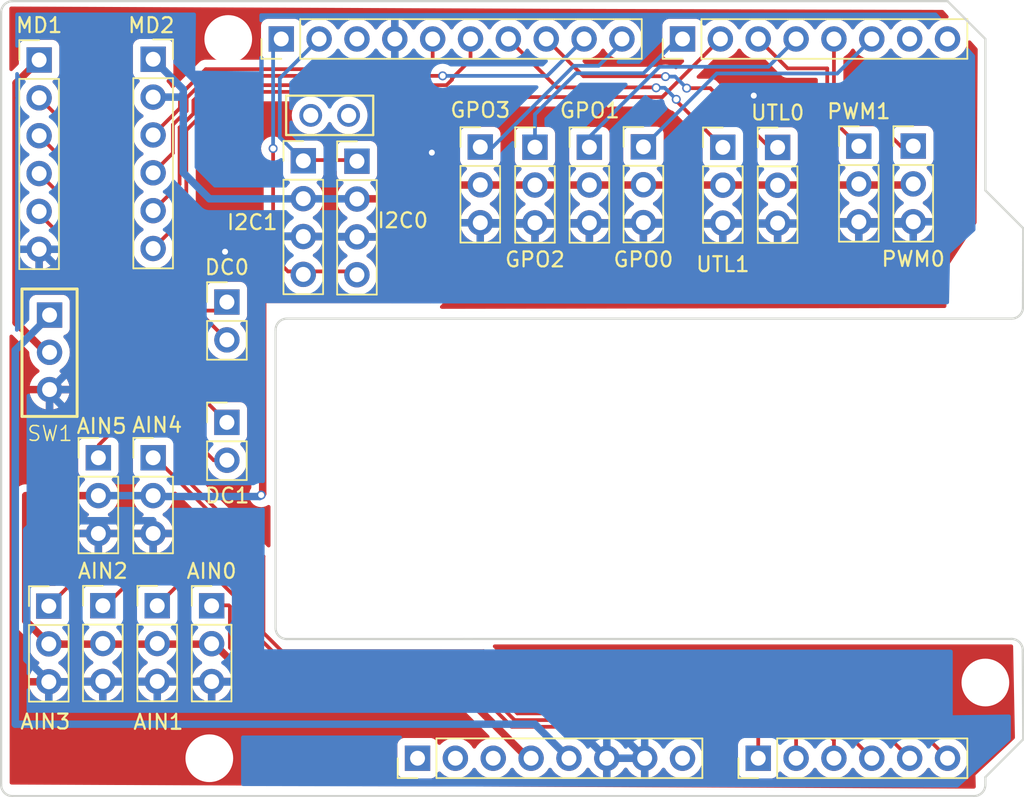
<source format=kicad_pcb>
(kicad_pcb (version 20240108) (generator "pcbnew") (generator_version "8.0")
  (title_block (date "mar. 31 mars 2015"))
  (layers (0 "F.Cu" signal) (31 "B.Cu" signal) (34 "B.Paste" user) (35 "F.Paste" user) (36 "B.SilkS" user "B.Silkscreen") (37 "F.SilkS" user "F.Silkscreen") (38 "B.Mask" user) (39 "F.Mask" user) (44 "Edge.Cuts" user))
  (net 0 "")
  (net 1 "GND")
  (net 3 "+5V")
  (net 4 "/IOREF")
  (net 5 "/A0")
  (net 6 "/A1")
  (net 7 "/A2")
  (net 8 "/A3")
  (net 9 "+3.3V")
  (net 10 "/A4")
  (net 11 "/13")
  (net 12 "/12")
  (net 13 "/AREF")
  (net 14 "/8")
  (net 15 "/7")
  (net 16 "/*10")
  (net 17 "/*9")
  (net 18 "/4")
  (net 19 "/2")
  (net 20 "/*6")
  (net 21 "/*5")
  (net 22 "/A5")
  (net 23 "/*3")
  (net 24 "/DC0_OUT0")
  (net 25 "VCC")
  (net 26 "/~{RESET}")
  (net 27 "/DC0_OUT1")
  (net 28 "/DC1_OUT0")
  (net 29 "/DC1_OUT1")
  (net 30 "/SDA")
  (net 31 "/SCL")
  (net 32 "/11")
  (net 33 "/1")
  (net 34 "/0")
  (net 35 "/DV_VDD")
  (footprint "Connector_PinHeader_2.54mm:PinHeader_1x08_P2.54mm_Vertical" (layer "F.Cu") (at 127.94 97.46 90)
    (property "Reference" "J1" (hide yes))
    (property "Value" "Power" (hide yes))
    (pad "1" thru_hole rect (at 0 0 90) (size 1.7 1.7) (drill 1) (layers "*.Cu" "*.Mask"))
    (pad "2" thru_hole oval (at 0 2.54 90) (size 1.7 1.7) (drill 1) (layers "*.Cu" "*.Mask") (net 4 "/IOREF"))
    (pad "3" thru_hole oval (at 0 5.08 90) (size 1.7 1.7) (drill 1) (layers "*.Cu" "*.Mask") (net 26 "/~{RESET}"))
    (pad "4" thru_hole oval (at 0 7.62 90) (size 1.7 1.7) (drill 1) (layers "*.Cu" "*.Mask") (net 9 "+3.3V"))
    (pad "5" thru_hole oval (at 0 10.16 90) (size 1.7 1.7) (drill 1) (layers "*.Cu" "*.Mask") (net 3 "+5V"))
    (pad "6" thru_hole oval (at 0 12.7 90) (size 1.7 1.7) (drill 1) (layers "*.Cu" "*.Mask") (net 1 "GND"))
    (pad "7" thru_hole oval (at 0 15.24 90) (size 1.7 1.7) (drill 1) (layers "*.Cu" "*.Mask") (net 1 "GND"))
    (pad "8" thru_hole oval (at 0 17.78 90) (size 1.7 1.7) (drill 1) (layers "*.Cu" "*.Mask") (net 25 "VCC"))
  )
  (footprint "Connector_PinHeader_2.54mm:PinHeader_1x06_P2.54mm_Vertical" (layer "F.Cu") (at 150.8 97.46 90)
    (property "Reference" "J3" (hide yes))
    (property "Value" "Analog" (hide yes))
    (pad "1" thru_hole rect (at 0 0 90) (size 1.7 1.7) (drill 1) (layers "*.Cu" "*.Mask") (net 5 "/A0"))
    (pad "2" thru_hole oval (at 0 2.54 90) (size 1.7 1.7) (drill 1) (layers "*.Cu" "*.Mask") (net 6 "/A1"))
    (pad "3" thru_hole oval (at 0 5.08 90) (size 1.7 1.7) (drill 1) (layers "*.Cu" "*.Mask") (net 7 "/A2"))
    (pad "4" thru_hole oval (at 0 7.62 90) (size 1.7 1.7) (drill 1) (layers "*.Cu" "*.Mask") (net 8 "/A3"))
    (pad "5" thru_hole oval (at 0 10.16 90) (size 1.7 1.7) (drill 1) (layers "*.Cu" "*.Mask") (net 10 "/A4"))
    (pad "6" thru_hole oval (at 0 12.7 90) (size 1.7 1.7) (drill 1) (layers "*.Cu" "*.Mask") (net 22 "/A5"))
  )
  (footprint "Connector_PinHeader_2.54mm:PinHeader_1x10_P2.54mm_Vertical" (layer "F.Cu") (at 118.796 49.2 90)
    (property "Reference" "J2" (hide yes))
    (property "Value" "Digital/PWM" (hide yes))
    (pad "1" thru_hole rect (at 0 0 90) (size 1.7 1.7) (drill 1) (layers "*.Cu" "*.Mask") (net 31 "/SCL"))
    (pad "2" thru_hole oval (at 0 2.54 90) (size 1.7 1.7) (drill 1) (layers "*.Cu" "*.Mask") (net 30 "/SDA"))
    (pad "3" thru_hole oval (at 0 5.08 90) (size 1.7 1.7) (drill 1) (layers "*.Cu" "*.Mask") (net 13 "/AREF"))
    (pad "4" thru_hole oval (at 0 7.62 90) (size 1.7 1.7) (drill 1) (layers "*.Cu" "*.Mask") (net 1 "GND"))
    (pad "5" thru_hole oval (at 0 10.16 90) (size 1.7 1.7) (drill 1) (layers "*.Cu" "*.Mask") (net 11 "/13"))
    (pad "6" thru_hole oval (at 0 12.7 90) (size 1.7 1.7) (drill 1) (layers "*.Cu" "*.Mask") (net 12 "/12"))
    (pad "7" thru_hole oval (at 0 15.24 90) (size 1.7 1.7) (drill 1) (layers "*.Cu" "*.Mask") (net 32 "/11"))
    (pad "8" thru_hole oval (at 0 17.78 90) (size 1.7 1.7) (drill 1) (layers "*.Cu" "*.Mask") (net 16 "/*10"))
    (pad "9" thru_hole oval (at 0 20.32 90) (size 1.7 1.7) (drill 1) (layers "*.Cu" "*.Mask") (net 17 "/*9"))
    (pad "10" thru_hole oval (at 0 22.86 90) (size 1.7 1.7) (drill 1) (layers "*.Cu" "*.Mask") (net 14 "/8"))
  )
  (footprint "Connector_PinHeader_2.54mm:PinHeader_1x08_P2.54mm_Vertical" (layer "F.Cu") (at 145.72 49.2 90)
    (property "Reference" "J4" (hide yes))
    (property "Value" "Digital/PWM" (hide yes))
    (pad "1" thru_hole rect (at 0 0 90) (size 1.7 1.7) (drill 1) (layers "*.Cu" "*.Mask") (net 15 "/7"))
    (pad "2" thru_hole oval (at 0 2.54 90) (size 1.7 1.7) (drill 1) (layers "*.Cu" "*.Mask") (net 20 "/*6"))
    (pad "3" thru_hole oval (at 0 5.08 90) (size 1.7 1.7) (drill 1) (layers "*.Cu" "*.Mask") (net 21 "/*5"))
    (pad "4" thru_hole oval (at 0 7.62 90) (size 1.7 1.7) (drill 1) (layers "*.Cu" "*.Mask") (net 18 "/4"))
    (pad "5" thru_hole oval (at 0 10.16 90) (size 1.7 1.7) (drill 1) (layers "*.Cu" "*.Mask") (net 23 "/*3"))
    (pad "6" thru_hole oval (at 0 12.7 90) (size 1.7 1.7) (drill 1) (layers "*.Cu" "*.Mask") (net 19 "/2"))
    (pad "7" thru_hole oval (at 0 15.24 90) (size 1.7 1.7) (drill 1) (layers "*.Cu" "*.Mask") (net 33 "/1"))
    (pad "8" thru_hole oval (at 0 17.78 90) (size 1.7 1.7) (drill 1) (layers "*.Cu" "*.Mask") (net 34 "/0"))
  )
  (footprint "Connector_PinHeader_2.54mm:PinHeader_1x02_P2.54mm_Vertical" (layer "F.Cu") (at 115.15 74.925)
    (property "Reference" "DC1" (at 0.025 4.915 0) (layer "F.SilkS"))
    (property "Value" "Conn_01x02" (hide yes))
    (pad "1" thru_hole rect (at 0 0) (size 1.7 1.7) (drill 1) (layers "*.Cu" "*.Mask") (net 28 "/DC1_OUT0"))
    (pad "2" thru_hole oval (at 0 2.54) (size 1.7 1.7) (drill 1) (layers "*.Cu" "*.Mask") (net 29 "/DC1_OUT1"))
  )
  (footprint "Connector_PinSocket_2.54mm:PinSocket_1x06_P2.54mm_Vertical" (layer "F.Cu") (at 110.2 50.56)
    (property "Reference" "MD2" (at -0.125 -2.275 0) (layer "F.SilkS"))
    (property "Value" "Conn_01x06" (hide yes))
    (pad "1" thru_hole rect (at 0 0) (size 1.7 1.7) (drill 1) (layers "*.Cu" "*.Mask") (net 9 "+3.3V"))
    (pad "2" thru_hole oval (at 0 2.54) (size 1.7 1.7) (drill 1) (layers "*.Cu" "*.Mask") (net 9 "+3.3V"))
    (pad "3" thru_hole oval (at 0 5.08) (size 1.7 1.7) (drill 1) (layers "*.Cu" "*.Mask") (net 11 "/13"))
    (pad "4" thru_hole oval (at 0 7.62) (size 1.7 1.7) (drill 1) (layers "*.Cu" "*.Mask") (net 17 "/*9"))
    (pad "5" thru_hole oval (at 0 10.16) (size 1.7 1.7) (drill 1) (layers "*.Cu" "*.Mask") (net 12 "/12"))
    (pad "6" thru_hole oval (at 0 12.7) (size 1.7 1.7) (drill 1) (layers "*.Cu" "*.Mask") (net 20 "/*6"))
  )
  (footprint "Connector_PinHeader_2.54mm:PinHeader_1x03_P2.54mm_Vertical" (layer "F.Cu") (at 157.55 56.39)
    (property "Reference" "PWM1" (at 0 -2.33 0) (layer "F.SilkS"))
    (property "Value" "Conn_01x03" (hide yes))
    (pad "1" thru_hole rect (at 0 0) (size 1.7 1.7) (drill 1) (layers "*.Cu" "*.Mask") (net 21 "/*5"))
    (pad "2" thru_hole oval (at 0 2.54) (size 1.7 1.7) (drill 1) (layers "*.Cu" "*.Mask") (net 9 "+3.3V"))
    (pad "3" thru_hole oval (at 0 5.08) (size 1.7 1.7) (drill 1) (layers "*.Cu" "*.Mask") (net 1 "GND"))
  )
  (footprint "Connector_PinHeader_2.54mm:PinHeader_1x03_P2.54mm_Vertical" (layer "F.Cu") (at 161.2 56.385)
    (property "Reference" "PWM0" (at 0 7.58 0) (layer "F.SilkS"))
    (property "Value" "Conn_01x03" (hide yes))
    (pad "1" thru_hole rect (at 0 0) (size 1.7 1.7) (drill 1) (layers "*.Cu" "*.Mask") (net 23 "/*3"))
    (pad "2" thru_hole oval (at 0 2.54) (size 1.7 1.7) (drill 1) (layers "*.Cu" "*.Mask") (net 9 "+3.3V"))
    (pad "3" thru_hole oval (at 0 5.08) (size 1.7 1.7) (drill 1) (layers "*.Cu" "*.Mask") (net 1 "GND"))
  )
  (footprint "Connector_PinHeader_2.54mm:PinHeader_1x03_P2.54mm_Vertical" (layer "F.Cu") (at 103.2 87.25)
    (property "Reference" "AIN3" (at -0.23 7.76 0) (layer "F.SilkS"))
    (property "Value" "Conn_01x03" (hide yes))
    (pad "1" thru_hole rect (at 0 0) (size 1.7 1.7) (drill 1) (layers "*.Cu" "*.Mask") (net 8 "/A3"))
    (pad "2" thru_hole oval (at 0 2.54) (size 1.7 1.7) (drill 1) (layers "*.Cu" "*.Mask") (net 9 "+3.3V"))
    (pad "3" thru_hole oval (at 0 5.08) (size 1.7 1.7) (drill 1) (layers "*.Cu" "*.Mask") (net 1 "GND"))
  )
  (footprint "Connector_PinHeader_2.54mm:PinHeader_1x03_P2.54mm_Vertical" (layer "F.Cu") (at 135.82 56.46)
    (property "Reference" "GPO2" (at 0 7.54 0) (layer "F.SilkS"))
    (property "Value" "Conn_01x03" (hide yes))
    (pad "1" thru_hole rect (at 0 0) (size 1.7 1.7) (drill 1) (layers "*.Cu" "*.Mask") (net 15 "/7"))
    (pad "2" thru_hole oval (at 0 2.54) (size 1.7 1.7) (drill 1) (layers "*.Cu" "*.Mask") (net 9 "+3.3V"))
    (pad "3" thru_hole oval (at 0 5.08) (size 1.7 1.7) (drill 1) (layers "*.Cu" "*.Mask") (net 1 "GND"))
  )
  (footprint "Connector_PinHeader_2.54mm:PinHeader_1x03_P2.54mm_Vertical" (layer "F.Cu") (at 114.125 87.235)
    (property "Reference" "AIN0" (at 0 -2.33 0) (layer "F.SilkS"))
    (property "Value" "Conn_01x03" (hide yes))
    (pad "1" thru_hole rect (at 0 0) (size 1.7 1.7) (drill 1) (layers "*.Cu" "*.Mask") (net 5 "/A0"))
    (pad "2" thru_hole oval (at 0 2.54) (size 1.7 1.7) (drill 1) (layers "*.Cu" "*.Mask") (net 9 "+3.3V"))
    (pad "3" thru_hole oval (at 0 5.08) (size 1.7 1.7) (drill 1) (layers "*.Cu" "*.Mask") (net 1 "GND"))
  )
  (footprint "Connector_PinHeader_2.54mm:PinHeader_1x03_P2.54mm_Vertical" (layer "F.Cu") (at 143.095 56.44)
    (property "Reference" "GPO0" (at 0 7.56 0) (layer "F.SilkS"))
    (property "Value" "Conn_01x03" (hide yes))
    (pad "1" thru_hole rect (at 0 0) (size 1.7 1.7) (drill 1) (layers "*.Cu" "*.Mask") (net 19 "/2"))
    (pad "2" thru_hole oval (at 0 2.54) (size 1.7 1.7) (drill 1) (layers "*.Cu" "*.Mask") (net 9 "+3.3V"))
    (pad "3" thru_hole oval (at 0 5.08) (size 1.7 1.7) (drill 1) (layers "*.Cu" "*.Mask") (net 1 "GND"))
  )
  (footprint "Connector_PinHeader_2.54mm:PinHeader_1x06_P2.54mm_Vertical" (layer "F.Cu") (at 102.55 50.61)
    (property "Reference" "MD1" (at 0 -2.33 0) (layer "F.SilkS"))
    (property "Value" "Conn_01x06" (hide yes))
    (pad "1" thru_hole rect (at 0 0) (size 1.7 1.7) (drill 1) (layers "*.Cu" "*.Mask") (net 35 "/DV_VDD"))
    (pad "2" thru_hole oval (at 0 2.54) (size 1.7 1.7) (drill 1) (layers "*.Cu" "*.Mask") (net 24 "/DC0_OUT0"))
    (pad "3" thru_hole oval (at 0 5.08) (size 1.7 1.7) (drill 1) (layers "*.Cu" "*.Mask") (net 27 "/DC0_OUT1"))
    (pad "4" thru_hole oval (at 0 7.62) (size 1.7 1.7) (drill 1) (layers "*.Cu" "*.Mask") (net 28 "/DC1_OUT0"))
    (pad "5" thru_hole oval (at 0 10.16) (size 1.7 1.7) (drill 1) (layers "*.Cu" "*.Mask") (net 29 "/DC1_OUT1"))
    (pad "6" thru_hole oval (at 0 12.7) (size 1.7 1.7) (drill 1) (layers "*.Cu" "*.Mask") (net 1 "GND"))
  )
  (footprint "Connector_PinHeader_2.54mm:PinHeader_1x03_P2.54mm_Vertical" (layer "F.Cu") (at 106.525 77.3)
    (property "Reference" "AIN5" (at 0.225 -2.125 0) (layer "F.SilkS"))
    (property "Value" "Conn_01x03" (hide yes))
    (pad "1" thru_hole rect (at 0 0) (size 1.7 1.7) (drill 1) (layers "*.Cu" "*.Mask") (net 22 "/A5"))
    (pad "2" thru_hole oval (at 0 2.54) (size 1.7 1.7) (drill 1) (layers "*.Cu" "*.Mask") (net 9 "+3.3V"))
    (pad "3" thru_hole oval (at 0 5.08) (size 1.7 1.7) (drill 1) (layers "*.Cu" "*.Mask") (net 1 "GND"))
  )
  (footprint "Arduino_MountingHole:MountingHole_3.2mm" (layer "F.Cu") (at 115.24 49.2)
    (property "Reference" "MH1" (hide yes))
    (property "Value" "MountingHole_3.2mm" (hide yes))
    (pad "" np_thru_hole circle (at 0 0) (size 3.2 3.2) (drill 3.2) (layers "*.Cu" "*.Mask"))
  )
  (footprint "Connector:AKIZUKI-SS-12D00G3" (layer "F.Cu") (at 103.15 61.375)
    (property "Reference" "SW1" (at 0.125 14.3 0) (layer "F.SilkS") (effects (font (thickness 0.1))))
    (property "Value" "SW_DPDT" (hide yes))
    (pad "1" thru_hole rect (at 0.1 6.35) (size 1.7 1.7) (drill 1) (layers "*.Cu" "*.Mask") (net 3 "+5V"))
    (pad "2" thru_hole oval (at 0.1 8.85) (size 1.7 1.7) (drill 1) (layers "*.Cu" "*.Mask") (net 35 "/DV_VDD"))
    (pad "3" thru_hole oval (at 0.1 11.35) (size 1.7 1.7) (drill 1) (layers "*.Cu" "*.Mask") (net 1 "GND"))
  )
  (footprint "Connector_PinHeader_2.54mm:PinHeader_1x03_P2.54mm_Vertical" (layer "F.Cu") (at 110.2 77.3)
    (property "Reference" "AIN4" (at 0.275 -2.2 0) (layer "F.SilkS"))
    (property "Value" "Conn_01x03" (hide yes))
    (pad "1" thru_hole rect (at 0 0) (size 1.7 1.7) (drill 1) (layers "*.Cu" "*.Mask") (net 10 "/A4"))
    (pad "2" thru_hole oval (at 0 2.54) (size 1.7 1.7) (drill 1) (layers "*.Cu" "*.Mask") (net 9 "+3.3V"))
    (pad "3" thru_hole oval (at 0 5.08) (size 1.7 1.7) (drill 1) (layers "*.Cu" "*.Mask") (net 1 "GND"))
  )
  (footprint "Connector_PinHeader_2.54mm:PinHeader_1x04_P2.54mm_Vertical" (layer "F.Cu") (at 123.875 57.4)
    (property "Reference" "I2C0" (at 3.075 3.975 0) (layer "F.SilkS"))
    (property "Value" "Conn_01x04" (hide yes))
    (pad "1" thru_hole rect (at 0 0) (size 1.7 1.7) (drill 1) (layers "*.Cu" "*.Mask") (net 30 "/SDA"))
    (pad "2" thru_hole oval (at 0 2.54) (size 1.7 1.7) (drill 1) (layers "*.Cu" "*.Mask") (net 9 "+3.3V"))
    (pad "3" thru_hole oval (at 0 5.08) (size 1.7 1.7) (drill 1) (layers "*.Cu" "*.Mask") (net 1 "GND"))
    (pad "4" thru_hole oval (at 0 7.62) (size 1.7 1.7) (drill 1) (layers "*.Cu" "*.Mask") (net 31 "/SCL"))
  )
  (footprint "Connector_PinHeader_2.54mm:PinHeader_1x02_P2.54mm_Vertical" (layer "F.Cu") (at 115.15 66.85)
    (property "Reference" "DC0" (at 0 -2.33 0) (layer "F.SilkS"))
    (property "Value" "Conn_01x02" (hide yes))
    (pad "1" thru_hole rect (at 0 0) (size 1.7 1.7) (drill 1) (layers "*.Cu" "*.Mask") (net 24 "/DC0_OUT0"))
    (pad "2" thru_hole oval (at 0 2.54) (size 1.7 1.7) (drill 1) (layers "*.Cu" "*.Mask") (net 27 "/DC0_OUT1"))
  )
  (footprint "Connector_PinHeader_2.54mm:PinHeader_1x03_P2.54mm_Vertical" (layer "F.Cu") (at 106.825 87.225)
    (property "Reference" "AIN2" (at 0 -2.33 0) (layer "F.SilkS"))
    (property "Value" "Conn_01x03" (hide yes))
    (pad "1" thru_hole rect (at 0 0) (size 1.7 1.7) (drill 1) (layers "*.Cu" "*.Mask") (net 7 "/A2"))
    (pad "2" thru_hole oval (at 0 2.54) (size 1.7 1.7) (drill 1) (layers "*.Cu" "*.Mask") (net 9 "+3.3V"))
    (pad "3" thru_hole oval (at 0 5.08) (size 1.7 1.7) (drill 1) (layers "*.Cu" "*.Mask") (net 1 "GND"))
  )
  (footprint "Connector_PinHeader_2.54mm:PinHeader_1x03_P2.54mm_Vertical" (layer "F.Cu") (at 139.47 56.46)
    (property "Reference" "GPO1" (at 0.03 -2.46 0) (layer "F.SilkS"))
    (property "Value" "Conn_01x03" (hide yes))
    (pad "1" thru_hole rect (at 0 0) (size 1.7 1.7) (drill 1) (layers "*.Cu" "*.Mask") (net 18 "/4"))
    (pad "2" thru_hole oval (at 0 2.54) (size 1.7 1.7) (drill 1) (layers "*.Cu" "*.Mask") (net 9 "+3.3V"))
    (pad "3" thru_hole oval (at 0 5.08) (size 1.7 1.7) (drill 1) (layers "*.Cu" "*.Mask") (net 1 "GND"))
  )
  (footprint "Connector_PinHeader_2.54mm:PinHeader_1x04_P2.54mm_Vertical" (layer "F.Cu") (at 120.275 57.375)
    (property "Reference" "I2C1" (at -3.425 4.125 0) (layer "F.SilkS"))
    (property "Value" "Conn_01x04" (hide yes))
    (pad "1" thru_hole rect (at 0 0) (size 1.7 1.7) (drill 1) (layers "*.Cu" "*.Mask") (net 30 "/SDA"))
    (pad "2" thru_hole oval (at 0 2.54) (size 1.7 1.7) (drill 1) (layers "*.Cu" "*.Mask") (net 9 "+3.3V"))
    (pad "3" thru_hole oval (at 0 5.08) (size 1.7 1.7) (drill 1) (layers "*.Cu" "*.Mask") (net 1 "GND"))
    (pad "4" thru_hole oval (at 0 7.62) (size 1.7 1.7) (drill 1) (layers "*.Cu" "*.Mask") (net 31 "/SCL"))
  )
  (footprint "Connector_PinHeader_2.54mm:PinHeader_1x03_P2.54mm_Vertical" (layer "F.Cu") (at 132.15 56.45)
    (property "Reference" "GPO3" (at 0 -2.475 0) (layer "F.SilkS"))
    (property "Value" "Conn_01x03" (hide yes))
    (pad "1" thru_hole rect (at 0 0) (size 1.7 1.7) (drill 1) (layers "*.Cu" "*.Mask") (net 14 "/8"))
    (pad "2" thru_hole oval (at 0 2.54) (size 1.7 1.7) (drill 1) (layers "*.Cu" "*.Mask") (net 9 "+3.3V"))
    (pad "3" thru_hole oval (at 0 5.08) (size 1.7 1.7) (drill 1) (layers "*.Cu" "*.Mask") (net 1 "GND"))
  )
  (footprint "Connector_PinHeader_2.54mm:PinHeader_1x03_P2.54mm_Vertical" (layer "F.Cu") (at 110.475 87.225)
    (property "Reference" "AIN1" (at 0.075 7.805 0) (layer "F.SilkS"))
    (property "Value" "Conn_01x03" (hide yes))
    (pad "1" thru_hole rect (at 0 0) (size 1.7 1.7) (drill 1) (layers "*.Cu" "*.Mask") (net 6 "/A1"))
    (pad "2" thru_hole oval (at 0 2.54) (size 1.7 1.7) (drill 1) (layers "*.Cu" "*.Mask") (net 9 "+3.3V"))
    (pad "3" thru_hole oval (at 0 5.08) (size 1.7 1.7) (drill 1) (layers "*.Cu" "*.Mask") (net 1 "GND"))
  )
  (footprint "Connector_PinHeader_2.54mm:PinHeader_1x03_P2.54mm_Vertical" (layer "F.Cu") (at 148.425 56.47)
    (property "Reference" "UTL1" (at 0 7.85 0) (layer "F.SilkS"))
    (property "Value" "Conn_01x03" (hide yes))
    (pad "1" thru_hole rect (at 0 0) (size 1.7 1.7) (drill 1) (layers "*.Cu" "*.Mask") (net 32 "/11"))
    (pad "2" thru_hole oval (at 0 2.54) (size 1.7 1.7) (drill 1) (layers "*.Cu" "*.Mask") (net 9 "+3.3V"))
    (pad "3" thru_hole oval (at 0 5.08) (size 1.7 1.7) (drill 1) (layers "*.Cu" "*.Mask") (net 1 "GND"))
  )
  (footprint "Connector_PinHeader_2.54mm:PinHeader_1x03_P2.54mm_Vertical" (layer "F.Cu") (at 152.1 56.475)
    (property "Reference" "UTL0" (at 0 -2.33 0) (layer "F.SilkS"))
    (property "Value" "Conn_01x03" (hide yes))
    (pad "1" thru_hole rect (at 0 0) (size 1.7 1.7) (drill 1) (layers "*.Cu" "*.Mask") (net 16 "/*10"))
    (pad "2" thru_hole oval (at 0 2.54) (size 1.7 1.7) (drill 1) (layers "*.Cu" "*.Mask") (net 9 "+3.3V"))
    (pad "3" thru_hole oval (at 0 5.08) (size 1.7 1.7) (drill 1) (layers "*.Cu" "*.Mask") (net 1 "GND"))
  )
  (footprint "Arduino_MountingHole:MountingHole_3.2mm" (layer "F.Cu") (at 113.97 97.46)
    (property "Reference" "MH2" (hide yes))
    (property "Value" "MountingHole_3.2mm" (hide yes))
    (pad "" np_thru_hole circle (at 0 0) (size 3.2 3.2) (drill 3.2) (layers "*.Cu" "*.Mask"))
  )
  (footprint "Arduino_MountingHole:MountingHole_3.2mm" (layer "F.Cu") (at 166.04 64.44)
    (property "Reference" "MH3" (hide yes))
    (property "Value" "MountingHole_3.2mm" (hide yes))
    (pad "" np_thru_hole circle (at 0 0) (size 3.2 3.2) (drill 3.2) (layers "*.Cu" "*.Mask"))
  )
  (footprint "Arduino_MountingHole:MountingHole_3.2mm" (layer "F.Cu") (at 166.04 92.38)
    (property "Reference" "MH4" (hide yes))
    (property "Value" "MountingHole_3.2mm" (hide yes))
    (pad "" np_thru_hole circle (at 0 0) (size 3.2 3.2) (drill 3.2) (layers "*.Cu" "*.Mask"))
  )
  (footprint "Connector:CONN_RS1-02-G_ADM" (layer "F.Cu") (at 120.775 54.325)
    (property "Reference" "REF**" (hide yes))
    (property "Value" "CONN_RS1-02-G_ADM" (hide yes))
    (pad "1" thru_hole circle (at 0 0) (size 1.524 1.524) (drill 1.016) (layers "*.Cu" "*.Mask"))
    (pad "2" thru_hole circle (at 2.54 0) (size 1.524 1.524) (drill 1.016) (layers "*.Cu" "*.Mask"))
  )
  (gr_arc (start 168.563734 67.200002) (mid 168.340549 67.738817) (end 167.801734 67.962002) (stroke (width 0.15)) (layer "Edge.Cuts"))
  (gr_line (start 166.04 59.36) (end 168.58 61.9) (stroke (width 0.15)) (layer "Edge.Cuts"))
  (gr_line (start 100 99.238) (end 100 47.425) (stroke (width 0.15)) (layer "Edge.Cuts"))
  (gr_line (start 119.176732 67.963) (end 167.801734 67.962002) (stroke (width 0.15)) (layer "Edge.Cuts"))
  (gr_arc (start 118.414732 68.725) (mid 118.637917 68.186185) (end 119.176732 67.963) (stroke (width 0.15)) (layer "Edge.Cuts"))
  (gr_line (start 118.414732 68.725) (end 118.414732 88.750002) (stroke (width 0.15)) (layer "Edge.Cuts"))
  (gr_line (start 168.55 90.275) (end 168.58 96.19) (stroke (width 0.15)) (layer "Edge.Cuts"))
  (gr_line (start 119.174537 89.461076) (end 167.776734 89.455821) (stroke (width 0.15)) (layer "Edge.Cuts"))
  (gr_line (start 165.278 100) (end 100.762 100) (stroke (width 0.15)) (layer "Edge.Cuts"))
  (gr_line (start 100.762 46.66) (end 163.5 46.66) (stroke (width 0.15)) (layer "Edge.Cuts"))
  (gr_line (start 168.58 61.9) (end 168.563734 67.200002) (stroke (width 0.15)) (layer "Edge.Cuts"))
  (gr_arc (start 100.762 100) (mid 100.223185 99.776815) (end 100 99.238) (stroke (width 0.15)) (layer "Edge.Cuts"))
  (gr_arc (start 119.174537 89.461076) (mid 118.647618 89.262631) (end 118.414732 88.750002) (stroke (width 0.15)) (layer "Edge.Cuts"))
  (gr_line (start 168.58 96.19) (end 166.04 98.73) (stroke (width 0.15)) (layer "Edge.Cuts"))
  (gr_line (start 163.5 46.66) (end 166.04 49.2) (stroke (width 0.15)) (layer "Edge.Cuts"))
  (gr_arc (start 166.04 99.238) (mid 165.816815 99.776815) (end 165.278 100) (stroke (width 0.15)) (layer "Edge.Cuts"))
  (gr_arc (start 167.776702 89.453661) (mid 168.344329 89.693938) (end 168.55 90.275) (stroke (width 0.15)) (layer "Edge.Cuts"))
  (gr_line (start 166.04 49.2) (end 166.04 59.36) (stroke (width 0.15)) (layer "Edge.Cuts"))
  (gr_line (start 166.04 98.73) (end 166.04 99.238) (stroke (width 0.15)) (layer "Edge.Cuts"))
  (gr_arc (start 100 47.425) (mid 100.223185 46.886185) (end 100.762 46.663) (stroke (width 0.15)) (layer "Edge.Cuts"))
  (via (at 128.9 56.825) (size 0.6) (drill 0.4) (layers "F.Cu" "B.Cu") (net 1))
  (via (at 115.025 63.475) (size 0.6) (drill 0.4) (layers "F.Cu" "B.Cu") (net 1))
  (via (at 150.5 53) (size 0.6) (drill 0.4) (layers "F.Cu" "B.Cu") (net 1))
  (segment (start 105.35 65.3) (end 105.35 70.675) (width 0.5) (layer "B.Cu") (net 1))
  (segment (start 132.235 61.615) (end 161.05 61.615) (width 0.5) (layer "B.Cu") (net 1))
  (segment (start 103.955 92.32) (end 103.93 92.295) (width 0.25) (layer "B.Cu") (net 1))
  (segment (start 126.416 61.53) (end 132.15 61.53) (width 0.5) (layer "B.Cu") (net 1))
  (segment (start 111.525 65.225) (end 114.325 62.425) (width 0.5) (layer "B.Cu") (net 1))
  (segment (start 126.416 61.284) (end 126.416 49.2) (width 0.5) (layer "B.Cu") (net 1))
  (segment (start 140.64 97.46) (end 138.07 94.89) (width 0.5) (layer "B.Cu") (net 1))
  (segment (start 123.875 62.48) (end 125.22 62.48) (width 0.5) (layer "B.Cu") (net 1))
  (segment (start 101.725 90.83) (end 101.725 82.15) (width 0.5) (layer "B.Cu") (net 1))
  (segment (start 143.18 97.46) (end 138.07 92.35) (width 0.5) (layer "B.Cu") (net 1))
  (segment (start 138.065 92.345) (end 114.155 92.345) (width 0.5) (layer "B.Cu") (net 1))
  (segment (start 114.125 92.315) (end 114.095 92.345) (width 0.5) (layer "B.Cu") (net 1))
  (segment (start 114.325 62.425) (end 120.245 62.425) (width 0.5) (layer "B.Cu") (net 1))
  (segment (start 103.19 92.295) (end 101.725 90.83) (width 0.5) (layer "B.Cu") (net 1))
  (segment (start 103.93 92.295) (end 103.19 92.295) (width 0.5) (layer "B.Cu") (net 1))
  (segment (start 101.725 82.15) (end 102.35 81.525) (width 0.5) (layer "B.Cu") (net 1))
  (segment (start 161.05 61.615) (end 161.2 61.465) (width 0.5) (layer "B.Cu") (net 1))
  (segment (start 138.07 94.89) (end 138.07 92.35) (width 0.5) (layer "B.Cu") (net 1))
  (segment (start 102.35 81.525) (end 110.17 81.525) (width 0.5) (layer "B.Cu") (net 1))
  (segment (start 110.17 81.525) (end 110.175 81.52) (width 0.5) (layer "B.Cu") (net 1))
  (segment (start 105.425 65.225) (end 105.35 65.3) (width 0.5) (layer "B.Cu") (net 1))
  (segment (start 123.85 62.455) (end 123.875 62.48) (width 0.5) (layer "B.Cu") (net 1))
  (segment (start 138.07 92.35) (end 138.065 92.345) (width 0.5) (layer "B.Cu") (net 1))
  (segment (start 104.35 74.075) (end 104.35 81.52) (width 0.5) (layer "B.Cu") (net 1))
  (segment (start 105.35 70.675) (end 103.15 72.875) (width 0.5) (layer "B.Cu") (net 1))
  (segment (start 120.245 62.425) (end 120.275 62.455) (width 0.5) (layer "B.Cu") (net 1))
  (segment (start 132.15 61.53) (end 132.235 61.615) (width 0.5) (layer "B.Cu") (net 1))
  (segment (start 104.465 65.225) (end 111.525 65.225) (width 0.5) (layer "B.Cu") (net 1))
  (segment (start 114.095 92.345) (end 103.755 92.345) (width 0.5) (layer "B.Cu") (net 1))
  (segment (start 113.175 92.28) (end 114.09 92.28) (width 0.5) (layer "B.Cu") (net 1))
  (segment (start 125.22 62.48) (end 126.416 61.284) (width 0.5) (layer "B.Cu") (net 1))
  (segment (start 120.275 62.455) (end 123.85 62.455) (width 0.5) (layer "B.Cu") (net 1))
  (segment (start 114.09 92.28) (end 114.125 92.315) (width 0.5) (layer "B.Cu") (net 1))
  (segment (start 102.55 63.31) (end 104.465 65.225) (width 0.5) (layer "B.Cu") (net 1))
  (segment (start 103.15 72.875) (end 104.35 74.075) (width 0.5) (layer "B.Cu") (net 1))
  (segment (start 100.95 95.175) (end 100.95 70.075) (width 0.5) (layer "B.Cu") (net 3))
  (segment (start 135.815 95.175) (end 100.95 95.175) (width 0.5) (layer "B.Cu") (net 3))
  (segment (start 138.1 97.46) (end 135.815 95.175) (width 0.5) (layer "B.Cu") (net 3))
  (segment (start 100.95 70.075) (end 103.15 67.875) (width 0.5) (layer "B.Cu") (net 3))
  (segment (start 115.35 90.036396) (end 115.35 87.275) (width 0.25) (layer "F.Cu") (net 5))
  (segment (start 131.342982 92.65) (end 117.963604 92.65) (width 0.25) (layer "F.Cu") (net 5))
  (segment (start 115.35 87.275) (end 115.275 87.2) (width 0.25) (layer "F.Cu") (net 5))
  (segment (start 150.8 95.35) (end 150.8 97.46) (width 0.25) (layer "F.Cu") (net 5))
  (segment (start 131.15 92.65) (end 131.563172 92.65) (width 0.25) (layer "F.Cu") (net 5))
  (segment (start 117.963604 92.65) (end 115.35 90.036396) (width 0.25) (layer "F.Cu") (net 5))
  (segment (start 115.275 87.2) (end 113.75 87.2) (width 0.25) (layer "F.Cu") (net 5))
  (segment (start 131.563172 92.65) (end 134.263172 95.35) (width 0.25) (layer "F.Cu") (net 5))
  (segment (start 134.263172 95.35) (end 150.8 95.35) (width 0.25) (layer "F.Cu") (net 5))
  (segment (start 118.15 92.2) (end 131.749568 92.2) (width 0.25) (layer "F.Cu") (net 6))
  (segment (start 110.475 87.225) (end 111.975 85.725) (width 0.25) (layer "F.Cu") (net 6))
  (segment (start 115.8 89.85) (end 118.15 92.2) (width 0.25) (layer "F.Cu") (net 6))
  (segment (start 153.19 94.9) (end 153.34 95.05) (width 0.25) (layer "F.Cu") (net 6))
  (segment (start 111.975 85.725) (end 114.795406 85.725) (width 0.25) (layer "F.Cu") (net 6))
  (segment (start 134.449568 94.9) (end 153.19 94.9) (width 0.25) (layer "F.Cu") (net 6))
  (segment (start 153.34 95.05) (end 153.34 97.46) (width 0.25) (layer "F.Cu") (net 6))
  (segment (start 131.749568 92.2) (end 134.449568 94.9) (width 0.25) (layer "F.Cu") (net 6))
  (segment (start 114.795406 85.725) (end 115.8 86.729594) (width 0.25) (layer "F.Cu") (net 6))
  (segment (start 115.8 86.729594) (end 115.8 89.85) (width 0.25) (layer "F.Cu") (net 6))
  (segment (start 118.347792 91.7) (end 131.513604 91.7) (width 0.25) (layer "F.Cu") (net 7))
  (segment (start 155.88 96.257919) (end 155.88 97.46) (width 0.25) (layer "F.Cu") (net 7))
  (segment (start 114.981802 85.275) (end 116.25 86.543198) (width 0.25) (layer "F.Cu") (net 7))
  (segment (start 131.513604 91.7) (end 131.885964 91.7) (width 0.25) (layer "F.Cu") (net 7))
  (segment (start 134.635964 94.45) (end 154.072081 94.45) (width 0.25) (layer "F.Cu") (net 7))
  (segment (start 131.885964 91.7) (end 134.635964 94.45) (width 0.25) (layer "F.Cu") (net 7))
  (segment (start 116.25 86.543198) (end 116.25 89.579594) (width 0.25) (layer "F.Cu") (net 7))
  (segment (start 106.985 87.25) (end 108.96 85.275) (width 0.25) (layer "F.Cu") (net 7))
  (segment (start 116.323896 89.676104) (end 118.347792 91.7) (width 0.25) (layer "F.Cu") (net 7))
  (segment (start 108.96 85.275) (end 114.981802 85.275) (width 0.25) (layer "F.Cu") (net 7))
  (segment (start 154.072081 94.45) (end 155.88 96.257919) (width 0.25) (layer "F.Cu") (net 7))
  (segment (start 103.2 87.25) (end 105.625 84.825) (width 0.25) (layer "F.Cu") (net 8))
  (segment (start 115.168198 84.825) (end 116.7 86.356802) (width 0.25) (layer "F.Cu") (net 8))
  (segment (start 103.73 87.24) (end 103.72 87.25) (width 0.25) (layer "F.Cu") (net 8))
  (segment (start 103.72 87.25) (end 103.2 87.25) (width 0.25) (layer "F.Cu") (net 8))
  (segment (start 118.534188 91.25) (end 131.85217 91.25) (width 0.25) (layer "F.Cu") (net 8))
  (segment (start 116.7 86.356802) (end 116.7 89.393198) (width 0.25) (layer "F.Cu") (net 8))
  (segment (start 105.625 84.825) (end 115.168198 84.825) (width 0.25) (layer "F.Cu") (net 8))
  (segment (start 116.773896 89.489708) (end 118.534188 91.25) (width 0.25) (layer "F.Cu") (net 8))
  (segment (start 134.82236 94) (end 154.96 94) (width 0.25) (layer "F.Cu") (net 8))
  (segment (start 131.85217 91.25) (end 132.07236 91.25) (width 0.25) (layer "F.Cu") (net 8))
  (segment (start 132.07236 91.25) (end 134.82236 94) (width 0.25) (layer "F.Cu") (net 8))
  (segment (start 154.96 94) (end 158.42 97.46) (width 0.25) (layer "F.Cu") (net 8))
  (segment (start 117.55 66.675) (end 128.825 66.675) (width 0.5) (layer "F.Cu") (net 9))
  (segment (start 117.55 79.7) (end 117.55 66.675) (width 0.5) (layer "F.Cu") (net 9))
  (segment (start 117.725432 93.225) (end 114.275432 89.775) (width 0.5) (layer "F.Cu") (net 9))
  (segment (start 128.825 66.675) (end 129.075 66.425) (width 0.5) (layer "F.Cu") (net 9))
  (segment (start 123.89 59.925) (end 123.875 59.94) (width 0.5) (layer "F.Cu") (net 9))
  (segment (start 114.125 89.775) (end 114.095 89.805) (width 0.5) (layer "F.Cu") (net 9))
  (segment (start 114.275432 89.775) (end 114.125 89.775) (width 0.5) (layer "F.Cu") (net 9))
  (segment (start 103.2 89.79) (end 101.65 88.24) (width 0.5) (layer "F.Cu") (net 9))
  (segment (start 129.075 59.75) (end 128.9 59.925) (width 0.5) (layer "F.Cu") (net 9))
  (segment (start 103.215 89.805) (end 103.2 89.79) (width 0.5) (layer "F.Cu") (net 9))
  (segment (start 101.65 88.24) (end 101.65 79.84) (width 0.5) (layer "F.Cu") (net 9))
  (segment (start 135.53981 97.66) (end 131.10481 93.225) (width 0.5) (layer "F.Cu") (net 9))
  (segment (start 114.095 89.805) (end 103.215 89.805) (width 0.5) (layer "F.Cu") (net 9))
  (segment (start 103.955 89.78) (end 103.93 89.755) (width 0.5) (layer "F.Cu") (net 9))
  (segment (start 161.2 58.925) (end 161.125 59) (width 0.5) (layer "F.Cu") (net 9))
  (segment (start 123.875 59.94) (end 123.825 59.89) (width 0.5) (layer "F.Cu") (net 9))
  (segment (start 117.45 79.8) (end 117.55 79.7) (width 0.5) (layer "F.Cu") (net 9))
  (segment (start 161.125 59) (end 129.825 59) (width 0.5) (layer "F.Cu") (net 9))
  (segment (start 129.825 59) (end 129.075 59.75) (width 0.5) (layer "F.Cu") (net 9))
  (segment (start 101.65 79.84) (end 106.525 79.84) (width 0.5) (layer "F.Cu") (net 9))
  (segment (start 128.9 59.925) (end 123.89 59.925) (width 0.5) (layer "F.Cu") (net 9))
  (segment (start 131.10481 93.225) (end 117.725432 93.225) (width 0.5) (layer "F.Cu") (net 9))
  (segment (start 129.075 66.425) (end 129.075 59.75) (width 0.5) (layer "F.Cu") (net 9))
  (via (at 117.45 79.8) (size 0.6) (drill 0.4) (layers "F.Cu" "B.Cu") (net 9))
  (segment (start 110.2 79.84) (end 106.525 79.84) (width 0.5) (layer "B.Cu") (net 9))
  (segment (start 113.981522 59.925) (end 123.86 59.925) (width 0.5) (layer "B.Cu") (net 9))
  (segment (start 112.225 52.585) (end 112.225 53.15) (width 0.5) (layer "B.Cu") (net 9))
  (segment (start 110.26 79.9) (end 110.2 79.84) (width 0.5) (layer "B.Cu") (net 9))
  (segment (start 117.35 79.9) (end 110.26 79.9) (width 0.5) (layer "B.Cu") (net 9))
  (segment (start 117.45 79.8) (end 117.35 79.9) (width 0.5) (layer "B.Cu") (net 9))
  (segment (start 110.2 50.56) (end 112.225 52.585) (width 0.5) (layer "B.Cu") (net 9))
  (segment (start 123.86 59.925) (end 123.875 59.94) (width 0.5) (layer "B.Cu") (net 9))
  (segment (start 112.175 53.1) (end 112.225 53.15) (width 0.25) (layer "B.Cu") (net 9))
  (segment (start 112.225 58.168478) (end 113.981522 59.925) (width 0.5) (layer "B.Cu") (net 9))
  (segment (start 112.225 53.15) (end 112.225 58.168478) (width 0.5) (layer "B.Cu") (net 9))
  (segment (start 110.2 53.1) (end 112.175 53.1) (width 0.5) (layer "B.Cu") (net 9))
  (segment (start 110.478604 76.953604) (end 110.478604 77.428604) (width 0.25) (layer "F.Cu") (net 10))
  (segment (start 119.027602 90.775) (end 132.233756 90.775) (width 0.25) (layer "F.Cu") (net 10))
  (segment (start 117.15 84.1) (end 117.15 89.206802) (width 0.25) (layer "F.Cu") (net 10))
  (segment (start 132.233756 90.775) (end 135.008756 93.55) (width 0.25) (layer "F.Cu") (net 10))
  (segment (start 117.223896 89.303312) (end 118.695584 90.775) (width 0.25) (layer "F.Cu") (net 10))
  (segment (start 118.695584 90.775) (end 119.275 90.775) (width 0.25) (layer "F.Cu") (net 10))
  (segment (start 135.008756 93.55) (end 157.05 93.55) (width 0.25) (layer "F.Cu") (net 10))
  (segment (start 110.478604 77.428604) (end 117.15 84.1) (width 0.25) (layer "F.Cu") (net 10))
  (segment (start 157.05 93.55) (end 160.96 97.46) (width 0.25) (layer "F.Cu") (net 10))
  (segment (start 128.275 51.225) (end 113.736701 51.225) (width 0.25) (layer "F.Cu") (net 11))
  (segment (start 112 53.84) (end 110.2 55.64) (width 0.25) (layer "F.Cu") (net 11))
  (segment (start 128.956 50.544) (end 128.275 51.225) (width 0.25) (layer "F.Cu") (net 11))
  (segment (start 128.956 49.2) (end 128.956 50.544) (width 0.25) (layer "F.Cu") (net 11))
  (segment (start 113.736701 51.225) (end 112 52.961701) (width 0.25) (layer "F.Cu") (net 11))
  (segment (start 112 52.961701) (end 112 53.84) (width 0.25) (layer "F.Cu") (net 11))
  (segment (start 129.883884 52.3) (end 113.934493 52.3) (width 0.25) (layer "F.Cu") (net 12))
  (segment (start 113.934493 52.3) (end 112.9 53.334493) (width 0.25) (layer "F.Cu") (net 12))
  (segment (start 112.9 53.334493) (end 112.9 54.212792) (width 0.25) (layer "F.Cu") (net 12))
  (segment (start 111.975 55.137792) (end 111.975 58.945) (width 0.25) (layer "F.Cu") (net 12))
  (segment (start 130.25 51.85) (end 130.25 51.933884) (width 0.25) (layer "F.Cu") (net 12))
  (segment (start 131.496 49.2) (end 131.496 50.604) (width 0.25) (layer "F.Cu") (net 12))
  (segment (start 112.9 54.212792) (end 111.975 55.137792) (width 0.25) (layer "F.Cu") (net 12))
  (segment (start 131.496 50.604) (end 130.25 51.85) (width 0.25) (layer "F.Cu") (net 12))
  (segment (start 111.975 58.945) (end 110.2 60.72) (width 0.25) (layer "F.Cu") (net 12))
  (segment (start 130.25 51.933884) (end 129.883884 52.3) (width 0.25) (layer "F.Cu") (net 12))
  (segment (start 141.725 49.365) (end 140.09 51) (width 0.25) (layer "B.Cu") (net 14))
  (segment (start 138.435 51) (end 132.98 56.455) (width 0.25) (layer "B.Cu") (net 14))
  (segment (start 140.09 51) (end 138.435 51) (width 0.25) (layer "B.Cu") (net 14))
  (segment (start 132.98 56.455) (end 132.295 56.455) (width 0.25) (layer "B.Cu") (net 14))
  (segment (start 145.72 49.2) (end 145.405 49.2) (width 0.25) (layer "B.Cu") (net 15))
  (segment (start 135.82 54.251396) (end 135.82 56.46) (width 0.25) (layer "B.Cu") (net 15))
  (segment (start 145.405 49.2) (end 143.105 51.5) (width 0.25) (layer "B.Cu") (net 15))
  (segment (start 138.571396 51.5) (end 135.82 54.251396) (width 0.25) (layer "B.Cu") (net 15))
  (segment (start 143.105 51.5) (end 138.571396 51.5) (width 0.25) (layer "B.Cu") (net 15))
  (segment (start 147.575 52.5) (end 151.55 56.475) (width 0.25) (layer "F.Cu") (net 16))
  (segment (start 144.575 51.725) (end 144.55 51.7) (width 0.25) (layer "F.Cu") (net 16))
  (segment (start 144.55 51.7) (end 139.076 51.7) (width 0.25) (layer "F.Cu") (net 16))
  (segment (start 139.076 51.7) (end 136.576 49.2) (width 0.25) (layer "F.Cu") (net 16))
  (segment (start 151.55 56.475) (end 152.1 56.475) (width 0.25) (layer "F.Cu") (net 16))
  (segment (start 146 52.5) (end 147.575 52.5) (width 0.25) (layer "F.Cu") (net 16))
  (via (at 146 52.5) (size 0.6) (drill 0.4) (layers "F.Cu" "B.Cu") (net 16))
  (via (at 144.575 51.725) (size 0.6) (drill 0.4) (layers "F.Cu" "B.Cu") (net 16))
  (segment (start 144.575 51.725) (end 145.225 51.725) (width 0.25) (layer "B.Cu") (net 16))
  (segment (start 145.225 51.725) (end 146 52.5) (width 0.25) (layer "B.Cu") (net 16))
  (segment (start 129.625 51.675) (end 113.923097 51.675) (width 0.25) (layer "F.Cu") (net 17))
  (segment (start 113.923097 51.675) (end 112.45 53.148097) (width 0.25) (layer "F.Cu") (net 17))
  (segment (start 112.45 54.026396) (end 111.525 54.951396) (width 0.25) (layer "F.Cu") (net 17))
  (segment (start 111.525 56.855) (end 110.2 58.18) (width 0.25) (layer "F.Cu") (net 17))
  (segment (start 112.45 53.148097) (end 112.45 54.026396) (width 0.25) (layer "F.Cu") (net 17))
  (segment (start 111.525 54.951396) (end 111.525 56.855) (width 0.25) (layer "F.Cu") (net 17))
  (via (at 129.625 51.675) (size 0.6) (drill 0.4) (layers "F.Cu" "B.Cu") (net 17))
  (segment (start 129.625 51.675) (end 136.641 51.675) (width 0.25) (layer "B.Cu") (net 17))
  (segment (start 136.641 51.675) (end 139.116 49.2) (width 0.25) (layer "B.Cu") (net 17))
  (segment (start 151.475 51.065) (end 144.176396 51.065) (width 0.25) (layer "B.Cu") (net 18))
  (segment (start 139.825 56.46) (end 139.47 56.46) (width 0.25) (layer "B.Cu") (net 18))
  (segment (start 144.176396 51.065) (end 139.47 55.771396) (width 0.25) (layer "B.Cu") (net 18))
  (segment (start 153.34 49.2) (end 151.475 51.065) (width 0.25) (layer "B.Cu") (net 18))
  (segment (start 139.47 55.771396) (end 139.47 56.46) (width 0.25) (layer "B.Cu") (net 18))
  (segment (start 139.47 56.03) (end 139.47 56.46) (width 0.25) (layer "B.Cu") (net 18))
  (segment (start 148.02 51.515) (end 143.095 56.44) (width 0.25) (layer "B.Cu") (net 19))
  (segment (start 158.42 49.2) (end 156.105 51.515) (width 0.25) (layer "B.Cu") (net 19))
  (segment (start 156.105 51.515) (end 148.02 51.515) (width 0.25) (layer "B.Cu") (net 19))
  (segment (start 113.35 54.399188) (end 112.425 55.324188) (width 0.25) (layer "F.Cu") (net 20))
  (segment (start 112.425 55.324188) (end 112.425 61.035) (width 0.25) (layer "F.Cu") (net 20))
  (segment (start 114.120889 52.75) (end 113.35 53.520889) (width 0.25) (layer "F.Cu") (net 20))
  (segment (start 144.36 53.1) (end 130.42028 53.1) (width 0.25) (layer "F.Cu") (net 20))
  (segment (start 113.35 53.520889) (end 113.35 54.399188) (width 0.25) (layer "F.Cu") (net 20))
  (segment (start 130.07028 52.75) (end 114.120889 52.75) (width 0.25) (layer "F.Cu") (net 20))
  (segment (start 112.425 61.035) (end 110.2 63.26) (width 0.25) (layer "F.Cu") (net 20))
  (segment (start 148.26 49.2) (end 144.36 53.1) (width 0.25) (layer "F.Cu") (net 20))
  (segment (start 130.42028 53.1) (end 130.07028 52.75) (width 0.25) (layer "F.Cu") (net 20))
  (segment (start 155.43 54.27) (end 157.55 56.39) (width 0.25) (layer "F.Cu") (net 21))
  (segment (start 152.775 51.175) (end 155.43 51.175) (width 0.25) (layer "F.Cu") (net 21))
  (segment (start 150.8 49.2) (end 152.775 51.175) (width 0.25) (layer "F.Cu") (net 21))
  (segment (start 155.43 51.175) (end 155.43 54.27) (width 0.25) (layer "F.Cu") (net 21))
  (segment (start 111.825 76.2) (end 111.275 75.65) (width 0.25) (layer "F.Cu") (net 22))
  (segment (start 117.6 89.020406) (end 117.6 83.913604) (width 0.25) (layer "F.Cu") (net 22))
  (segment (start 132.370152 90.275) (end 135.195152 93.1) (width 0.25) (layer "F.Cu") (net 22))
  (segment (start 117.6 83.913604) (end 111.825 78.138604) (width 0.25) (layer "F.Cu") (net 22))
  (segment (start 118.83198 90.275) (end 132.370152 90.275) (width 0.25) (layer "F.Cu") (net 22))
  (segment (start 111.275 75.65) (end 107.345 75.65) (width 0.25) (layer "F.Cu") (net 22))
  (segment (start 117.673896 89.116916) (end 118.83198 90.275) (width 0.25) (layer "F.Cu") (net 22))
  (segment (start 135.195152 93.1) (end 159.14 93.1) (width 0.25) (layer "F.Cu") (net 22))
  (segment (start 159.14 93.1) (end 163.5 97.46) (width 0.25) (layer "F.Cu") (net 22))
  (segment (start 111.825 78.138604) (end 111.825 76.2) (width 0.25) (layer "F.Cu") (net 22))
  (segment (start 107.345 75.65) (end 106.55 76.445) (width 0.25) (layer "F.Cu") (net 22))
  (segment (start 158.9 54.925) (end 160.36 56.385) (width 0.25) (layer "F.Cu") (net 23))
  (segment (start 160.36 56.385) (end 161.2 56.385) (width 0.25) (layer "F.Cu") (net 23))
  (segment (start 155.88 53.955) (end 156.85 54.925) (width 0.25) (layer "F.Cu") (net 23))
  (segment (start 156.85 54.925) (end 158.9 54.925) (width 0.25) (layer "F.Cu") (net 23))
  (segment (start 155.88 49.2) (end 155.88 53.955) (width 0.25) (layer "F.Cu") (net 23))
  (segment (start 105 55.6) (end 105 61.475812) (width 0.25) (layer "F.Cu") (net 24))
  (segment (start 110.949188 67.425) (end 114.575 67.425) (width 0.25) (layer "F.Cu") (net 24))
  (segment (start 105 61.475812) (end 109.934188 66.41) (width 0.25) (layer "F.Cu") (net 24))
  (segment (start 102.55 53.15) (end 105 55.6) (width 0.25) (layer "F.Cu") (net 24))
  (segment (start 109.724594 66.200406) (end 110.949188 67.425) (width 0.25) (layer "F.Cu") (net 24))
  (segment (start 114.575 67.425) (end 115.15 66.85) (width 0.25) (layer "F.Cu") (net 24))
  (segment (start 102.55 55.69) (end 104.55 57.69) (width 0.25) (layer "F.Cu") (net 27))
  (segment (start 110.762792 67.875) (end 113.635 67.875) (width 0.25) (layer "F.Cu") (net 27))
  (segment (start 104.55 57.69) (end 104.55 61.662208) (width 0.25) (layer "F.Cu") (net 27))
  (segment (start 104.55 61.662208) (end 110.762792 67.875) (width 0.25) (layer "F.Cu") (net 27))
  (segment (start 113.635 67.875) (end 115 69.24) (width 0.25) (layer "F.Cu") (net 27))
  (segment (start 113.275 73.05) (end 115.15 74.925) (width 0.25) (layer "F.Cu") (net 28))
  (segment (start 102.55 58.23) (end 104.1 59.78) (width 0.25) (layer "F.Cu") (net 28))
  (segment (start 112.475 68.525) (end 113.275 69.325) (width 0.25) (layer "F.Cu") (net 28))
  (segment (start 104.1 61.848604) (end 110.776396 68.525) (width 0.25) (layer "F.Cu") (net 28))
  (segment (start 104.1 59.78) (end 104.1 61.848604) (width 0.25) (layer "F.Cu") (net 28))
  (segment (start 110.776396 68.525) (end 112.475 68.525) (width 0.25) (layer "F.Cu") (net 28))
  (segment (start 113.275 69.325) (end 113.275 73.05) (width 0.25) (layer "F.Cu") (net 28))
  (segment (start 110.59 68.975) (end 112.288604 68.975) (width 0.25) (layer "F.Cu") (net 29))
  (segment (start 112.825 76.025) (end 114.265 77.465) (width 0.25) (layer "F.Cu") (net 29))
  (segment (start 114.265 77.465) (end 115.15 77.465) (width 0.25) (layer "F.Cu") (net 29))
  (segment (start 102.55 60.935) (end 110.59 68.975) (width 0.25) (layer "F.Cu") (net 29))
  (segment (start 112.288604 68.975) (end 112.825 69.511396) (width 0.25) (layer "F.Cu") (net 29))
  (segment (start 112.825 69.511396) (end 112.825 76.025) (width 0.25) (layer "F.Cu") (net 29))
  (segment (start 102.55 60.77) (end 102.55 60.935) (width 0.25) (layer "F.Cu") (net 29))
  (segment (start 120.4 57.325) (end 123.675 57.325) (width 0.25) (layer "F.Cu") (net 30))
  (segment (start 118.7 55.8) (end 118.7 51.836) (width 0.25) (layer "B.Cu") (net 30))
  (segment (start 120.275 57.375) (end 118.7 55.8) (width 0.25) (layer "B.Cu") (net 30))
  (segment (start 118.7 51.836) (end 121.336 49.2) (width 0.25) (layer "B.Cu") (net 30))
  (segment (start 118.25 63.8) (end 119.245 64.795) (width 0.25) (layer "F.Cu") (net 31))
  (segment (start 123.175 64.795) (end 123.2 64.77) (width 0.25) (layer "F.Cu") (net 31))
  (segment (start 119.245 64.795) (end 123.175 64.795) (width 0.25) (layer "F.Cu") (net 31))
  (segment (start 118.25 56.55) (end 118.25 63.8) (width 0.25) (layer "F.Cu") (net 31))
  (via (at 118.25 56.55) (size 0.6) (drill 0.4) (layers "F.Cu" "B.Cu") (net 31))
  (segment (start 118.25 49.746) (end 118.796 49.2) (width 0.25) (layer "B.Cu") (net 31))
  (segment (start 118.25 56.55) (end 118.25 49.746) (width 0.25) (layer "B.Cu") (net 31))
  (segment (start 143.95 52.475) (end 143.975 52.45) (width 0.25) (layer "F.Cu") (net 32))
  (segment (start 148.425 56.47) (end 145.3 53.345) (width 0.25) (layer "F.Cu") (net 32))
  (segment (start 145.3 53.345) (end 145.3 53.25) (width 0.25) (layer "F.Cu") (net 32))
  (segment (start 145.205 53.25) (end 145.18 53.225) (width 0.25) (layer "F.Cu") (net 32))
  (segment (start 143.975 52.45) (end 144 52.45) (width 0.25) (layer "F.Cu") (net 32))
  (segment (start 145.18 53.225) (end 145.15 53.225) (width 0.25) (layer "F.Cu") (net 32))
  (segment (start 137.286 52.45) (end 143.925 52.45) (width 0.25) (layer "F.Cu") (net 32))
  (segment (start 143.925 52.45) (end 143.95 52.475) (width 0.25) (layer "F.Cu") (net 32))
  (segment (start 145.3 53.25) (end 145.205 53.25) (width 0.25) (layer "F.Cu") (net 32))
  (segment (start 134.036 49.2) (end 137.286 52.45) (width 0.25) (layer "F.Cu") (net 32))
  (via (at 143.95 52.475) (size 0.6) (drill 0.4) (layers "F.Cu" "B.Cu") (net 32))
  (via (at 145.3 53.25) (size 0.6) (drill 0.4) (layers "F.Cu" "B.Cu") (net 32))
  (segment (start 144.525 52.475) (end 143.95 52.475) (width 0.25) (layer "B.Cu") (net 32))
  (segment (start 145.3 53.25) (end 144.525 52.475) (width 0.25) (layer "B.Cu") (net 32))
  (segment (start 101 68.225) (end 103.15 70.375) (width 0.5) (layer "F.Cu") (net 35))
  (segment (start 101 52.16) (end 101 68.225) (width 0.5) (layer "F.Cu") (net 35))
  (segment (start 102.55 50.61) (end 101 52.16) (width 0.5) (layer "F.Cu") (net 35))
  (zone (net 1) (net_name "GND") (layer "F.Cu") (connect_pads (clearance 0.508)) (min_thickness 0.25) (fill yes (thermal_gap 0.5) (thermal_bridge_width 0.5))
    (polygon (pts (xy 136.9 47.175) (xy 163.2 47.25) (xy 165.525 49.85) (xy 165.45 61.55) (xy 163.475 64.55) (xy 163.425 67.25) (xy 118.075 67.325) (xy 118.075 89.525) (xy 118.35 89.825) (xy 167.9 89.825) (xy 168.025 96.125) (xy 165.375 98.6) (xy 165.4 99.5) (xy 100.575 99.225) (xy 100.55 47.025)))
  )
  (zone (net 1) (net_name "GND") (layer "B.Cu") (priority 1) (connect_pads (clearance 0.508)) (min_thickness 0.25) (fill yes (thermal_gap 0.5) (thermal_bridge_width 0.5))
    (polygon (pts (xy 113.075 47.425) (xy 113.025 51.325) (xy 117.325 51.375) (xy 117.325 47.475) (xy 162.75 47.425) (xy 165.35 50.3) (xy 165.375 62.05) (xy 163.675 63.6) (xy 163.6 67) (xy 117.75 66.925) (xy 117.65 90.15) (xy 163.85 90.175) (xy 163.85 94.575) (xy 167.75 94.525) (xy 167.75 96.225) (xy 164.2 99.425) (xy 116.1 99.325) (xy 116.1 95.4) (xy 111.925 95.4) (xy 111.925 99.275) (xy 100.9 99.225) (xy 100.95 47.425)))
  )
)
</source>
